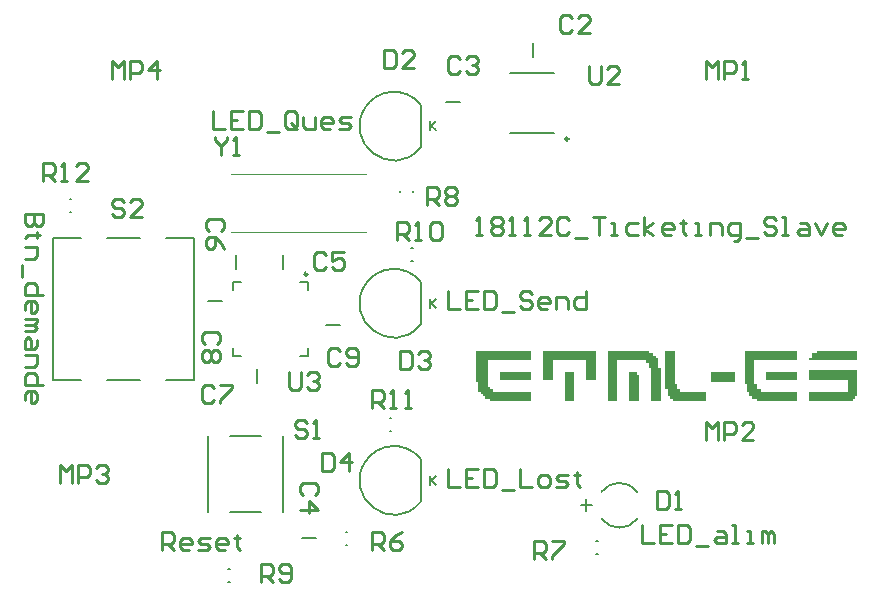
<source format=gbr>
%TF.GenerationSoftware,Altium Limited,Altium Designer,21.6.1 (37)*%
G04 Layer_Color=65535*
%FSLAX43Y43*%
%MOMM*%
%TF.SameCoordinates,1F06128E-DADF-4999-8CD8-60C71D9D28CE*%
%TF.FilePolarity,Positive*%
%TF.FileFunction,Legend,Top*%
%TF.Part,Single*%
G01*
G75*
%TA.AperFunction,NonConductor*%
%ADD42C,0.250*%
%ADD43C,0.200*%
%ADD44C,0.100*%
%ADD45C,0.254*%
%ADD46C,0.152*%
G36*
X53492Y21514D02*
Y21311D01*
Y21107D01*
Y20904D01*
Y20701D01*
Y20498D01*
Y20295D01*
Y20091D01*
Y19888D01*
Y19685D01*
Y19482D01*
Y19279D01*
X52680D01*
Y19482D01*
Y19685D01*
Y19888D01*
Y20091D01*
Y20295D01*
Y20498D01*
Y20701D01*
Y20904D01*
X49835D01*
Y20701D01*
Y20498D01*
Y20295D01*
Y20091D01*
Y19888D01*
Y19685D01*
Y19482D01*
Y19279D01*
X49022D01*
Y19482D01*
Y19685D01*
Y19888D01*
Y20091D01*
Y20295D01*
Y20498D01*
Y20701D01*
Y20904D01*
Y21107D01*
Y21311D01*
Y21514D01*
Y21717D01*
X53492D01*
Y21514D01*
D02*
G37*
G36*
X48006Y19685D02*
Y19482D01*
Y19279D01*
X45364D01*
Y19482D01*
Y19685D01*
Y19888D01*
X48006D01*
Y19685D01*
D02*
G37*
G36*
X57963Y21514D02*
X58369D01*
Y21311D01*
X58572D01*
Y21107D01*
X58776D01*
Y20904D01*
Y20701D01*
Y20498D01*
Y20295D01*
X58979D01*
Y20091D01*
Y19888D01*
Y19685D01*
Y19482D01*
Y19279D01*
Y19075D01*
Y18872D01*
Y18669D01*
Y18466D01*
Y18263D01*
Y18059D01*
Y17856D01*
Y17653D01*
Y17450D01*
X58166D01*
Y17653D01*
Y17856D01*
Y18059D01*
Y18263D01*
Y18466D01*
Y18669D01*
Y18872D01*
Y19075D01*
Y19279D01*
Y19482D01*
Y19685D01*
Y19888D01*
Y20091D01*
Y20295D01*
X57963D01*
Y20498D01*
Y20701D01*
X57760D01*
Y20904D01*
X55321D01*
Y20701D01*
Y20498D01*
Y20295D01*
Y20091D01*
Y19888D01*
Y19685D01*
Y19482D01*
Y19279D01*
Y19075D01*
Y18872D01*
Y18669D01*
Y18466D01*
Y18263D01*
Y18059D01*
Y17856D01*
Y17653D01*
Y17450D01*
X54508D01*
Y17653D01*
Y17856D01*
Y18059D01*
Y18263D01*
Y18466D01*
Y18669D01*
Y18872D01*
Y19075D01*
Y19279D01*
Y19482D01*
Y19685D01*
Y19888D01*
Y20091D01*
Y20295D01*
Y20498D01*
Y20701D01*
Y20904D01*
Y21107D01*
Y21311D01*
Y21514D01*
Y21717D01*
X57963D01*
Y21514D01*
D02*
G37*
G36*
X56947Y19685D02*
X57150D01*
Y19482D01*
Y19279D01*
Y19075D01*
Y18872D01*
Y18669D01*
Y18466D01*
Y18263D01*
Y18059D01*
Y17856D01*
Y17653D01*
Y17450D01*
X56337D01*
Y17653D01*
Y17856D01*
Y18059D01*
Y18263D01*
Y18466D01*
Y18669D01*
Y18872D01*
Y19075D01*
Y19279D01*
Y19482D01*
Y19685D01*
Y19888D01*
X56947D01*
Y19685D01*
D02*
G37*
G36*
X51664D02*
Y19482D01*
Y19279D01*
Y19075D01*
Y18872D01*
Y18669D01*
Y18466D01*
Y18263D01*
Y18059D01*
Y17856D01*
Y17653D01*
Y17450D01*
X50851D01*
Y17653D01*
Y17856D01*
Y18059D01*
Y18263D01*
Y18466D01*
Y18669D01*
Y18872D01*
Y19075D01*
Y19279D01*
Y19482D01*
Y19685D01*
Y19888D01*
X51664D01*
Y19685D01*
D02*
G37*
G36*
X48006Y21514D02*
Y21311D01*
Y21107D01*
Y20904D01*
X44348D01*
Y20701D01*
Y20498D01*
Y20295D01*
Y20091D01*
Y19888D01*
Y19685D01*
Y19482D01*
Y19279D01*
Y19075D01*
Y18872D01*
Y18669D01*
X44552D01*
Y18466D01*
X44755D01*
Y18263D01*
X48006D01*
Y18059D01*
Y17856D01*
Y17653D01*
Y17450D01*
X44552D01*
Y17653D01*
X44145D01*
Y17856D01*
X43942D01*
Y18059D01*
X43739D01*
Y18263D01*
X43536D01*
Y18466D01*
Y18669D01*
Y18872D01*
Y19075D01*
X43332D01*
Y19279D01*
Y19482D01*
Y19685D01*
Y19888D01*
Y20091D01*
Y20295D01*
Y20498D01*
Y20701D01*
Y20904D01*
Y21107D01*
Y21311D01*
Y21514D01*
Y21717D01*
X48006D01*
Y21514D01*
D02*
G37*
G36*
X75641D02*
Y21311D01*
Y21107D01*
Y20904D01*
X71577D01*
Y21107D01*
X71780D01*
Y21311D01*
Y21514D01*
X72187D01*
Y21717D01*
X75641D01*
Y21514D01*
D02*
G37*
G36*
X70561Y19685D02*
Y19482D01*
Y19279D01*
X67920D01*
Y19482D01*
Y19685D01*
Y19888D01*
X70561D01*
Y19685D01*
D02*
G37*
G36*
X65278D02*
Y19482D01*
Y19279D01*
Y19075D01*
X63246D01*
Y19279D01*
Y19482D01*
Y19685D01*
Y19888D01*
X65278D01*
Y19685D01*
D02*
G37*
G36*
X75641Y19888D02*
Y19685D01*
Y19482D01*
Y19279D01*
Y19075D01*
Y18872D01*
Y18669D01*
Y18466D01*
Y18263D01*
Y18059D01*
Y17856D01*
X75438D01*
Y17653D01*
X75235D01*
Y17450D01*
X71577D01*
Y17653D01*
Y17856D01*
Y18059D01*
Y18263D01*
X74828D01*
Y18466D01*
Y18669D01*
Y18872D01*
Y19075D01*
Y19279D01*
X71577D01*
Y19482D01*
Y19685D01*
Y19888D01*
Y20091D01*
X75641D01*
Y19888D01*
D02*
G37*
G36*
X70561Y21514D02*
Y21311D01*
Y21107D01*
Y20904D01*
X66904D01*
Y20701D01*
Y20498D01*
Y20295D01*
Y20091D01*
Y19888D01*
Y19685D01*
Y19482D01*
Y19279D01*
Y19075D01*
Y18872D01*
X67107D01*
Y18669D01*
Y18466D01*
X67513D01*
Y18263D01*
X70561D01*
Y18059D01*
Y17856D01*
Y17653D01*
Y17450D01*
X67107D01*
Y17653D01*
X66700D01*
Y17856D01*
X66497D01*
Y18059D01*
Y18263D01*
X66294D01*
Y18466D01*
Y18669D01*
Y18872D01*
X66091D01*
Y19075D01*
Y19279D01*
Y19482D01*
Y19685D01*
Y19888D01*
Y20091D01*
Y20295D01*
Y20498D01*
Y20701D01*
Y20904D01*
Y21107D01*
Y21311D01*
Y21514D01*
Y21717D01*
X70561D01*
Y21514D01*
D02*
G37*
G36*
X60198D02*
Y21311D01*
Y21107D01*
Y20904D01*
Y20701D01*
Y20498D01*
Y20295D01*
Y20091D01*
Y19888D01*
Y19685D01*
Y19482D01*
Y19279D01*
Y19075D01*
Y18872D01*
X60401D01*
Y18669D01*
Y18466D01*
X60604D01*
Y18263D01*
X62840D01*
Y18059D01*
Y17856D01*
Y17653D01*
Y17450D01*
X59995D01*
Y17653D01*
X59792D01*
Y17856D01*
X59588D01*
Y18059D01*
Y18263D01*
Y18466D01*
X59385D01*
Y18669D01*
Y18872D01*
Y19075D01*
Y19279D01*
Y19482D01*
Y19685D01*
Y19888D01*
Y20091D01*
Y20295D01*
Y20498D01*
Y20701D01*
Y20904D01*
Y21107D01*
Y21311D01*
Y21514D01*
Y21717D01*
X60198D01*
Y21514D01*
D02*
G37*
D42*
X51175Y39650D02*
G03*
X51175Y39650I-125J0D01*
G01*
X29077Y28202D02*
G03*
X29077Y28202I-125J0D01*
G01*
D43*
X53987Y7485D02*
G03*
X57019Y7496I1512J1151D01*
G01*
Y9776D02*
G03*
X53987Y9787I-1520J-1140D01*
G01*
X34041Y42419D02*
G03*
X38649Y38903I2369J-1672D01*
G01*
X38638Y42603D02*
G03*
X33940Y42266I-2228J-1857D01*
G01*
X34041Y27419D02*
G03*
X38649Y23903I2369J-1672D01*
G01*
X38638Y27603D02*
G03*
X33940Y27266I-2228J-1857D01*
G01*
X34041Y12419D02*
G03*
X38649Y8903I2369J-1672D01*
G01*
X38638Y12603D02*
G03*
X33940Y12266I-2228J-1857D01*
G01*
X46250Y45250D02*
X49950D01*
X46250Y40150D02*
X49950D01*
X30642Y23876D02*
X31842D01*
X20685Y25937D02*
X21885D01*
X24811Y18958D02*
Y20158D01*
X23052Y28610D02*
Y29810D01*
X27052Y28610D02*
Y29810D01*
X28610Y5842D02*
X29810D01*
X40802Y42802D02*
X42002D01*
X48200Y46600D02*
Y47800D01*
X22390Y3217D02*
X22490D01*
X22390Y2117D02*
X22490D01*
X27040Y8065D02*
Y14465D01*
X20640Y8065D02*
Y14465D01*
X22540D02*
X25140D01*
X22540Y8065D02*
X25140D01*
X22802Y26877D02*
Y27552D01*
X23477D01*
X22802Y21252D02*
Y21927D01*
Y21252D02*
X23477D01*
X28427D02*
X29102D01*
Y21927D01*
Y26877D02*
Y27552D01*
X28427D02*
X29102D01*
X32335Y5292D02*
X32435D01*
X32335Y6392D02*
X32435D01*
X53544Y4530D02*
X53644D01*
X53544Y5630D02*
X53644D01*
X36050Y14950D02*
X36150D01*
X36050Y16050D02*
X36150D01*
X38015Y35129D02*
Y35229D01*
X36915Y35129D02*
Y35229D01*
X57019Y7496D02*
X57023Y7551D01*
X57019Y9776D02*
X57023Y9721D01*
X52209Y8636D02*
X53209D01*
X52709Y8136D02*
Y9136D01*
X38696Y38968D02*
Y42524D01*
Y23968D02*
Y27524D01*
Y8968D02*
Y12524D01*
X37884Y30395D02*
X37984D01*
X37884Y29295D02*
X37984D01*
X8967Y34586D02*
X9067D01*
X8967Y33486D02*
X9067D01*
X7510Y31246D02*
X9950D01*
X12080D02*
X14940D01*
X17070D02*
X19510D01*
X17070Y19246D02*
X19510D01*
X12080D02*
X14940D01*
X7510D02*
X9950D01*
X19510D02*
Y31246D01*
X7510Y19246D02*
Y31246D01*
D44*
X22621Y36650D02*
X34021D01*
X22621Y31750D02*
X34021D01*
D45*
X40954Y11731D02*
Y10208D01*
X41970D01*
X43493Y11731D02*
X42478D01*
Y10208D01*
X43493D01*
X42478Y10970D02*
X42985D01*
X44001Y11731D02*
Y10208D01*
X44763D01*
X45017Y10462D01*
Y11478D01*
X44763Y11731D01*
X44001D01*
X45525Y9954D02*
X46540D01*
X47048Y11731D02*
Y10208D01*
X48064D01*
X48825D02*
X49333D01*
X49587Y10462D01*
Y10970D01*
X49333Y11224D01*
X48825D01*
X48572Y10970D01*
Y10462D01*
X48825Y10208D01*
X50095D02*
X50857D01*
X51111Y10462D01*
X50857Y10716D01*
X50349D01*
X50095Y10970D01*
X50349Y11224D01*
X51111D01*
X51872Y11478D02*
Y11224D01*
X51619D01*
X52126D01*
X51872D01*
Y10462D01*
X52126Y10208D01*
X57404Y6925D02*
Y5402D01*
X58420D01*
X59943Y6925D02*
X58928D01*
Y5402D01*
X59943D01*
X58928Y6164D02*
X59435D01*
X60451Y6925D02*
Y5402D01*
X61213D01*
X61467Y5656D01*
Y6672D01*
X61213Y6925D01*
X60451D01*
X61975Y5148D02*
X62990D01*
X63752Y6418D02*
X64260D01*
X64514Y6164D01*
Y5402D01*
X63752D01*
X63498Y5656D01*
X63752Y5910D01*
X64514D01*
X65022Y5402D02*
X65529D01*
X65275D01*
Y6925D01*
X65022D01*
X66291Y5402D02*
X66799D01*
X66545D01*
Y6418D01*
X66291D01*
X67561Y5402D02*
Y6418D01*
X67815D01*
X68069Y6164D01*
Y5402D01*
Y6164D01*
X68322Y6418D01*
X68576Y6164D01*
Y5402D01*
X41021Y26796D02*
Y25273D01*
X42037D01*
X43560Y26796D02*
X42545D01*
Y25273D01*
X43560D01*
X42545Y26035D02*
X43052D01*
X44068Y26796D02*
Y25273D01*
X44830D01*
X45084Y25527D01*
Y26543D01*
X44830Y26796D01*
X44068D01*
X45592Y25019D02*
X46607D01*
X48131Y26543D02*
X47877Y26796D01*
X47369D01*
X47115Y26543D01*
Y26289D01*
X47369Y26035D01*
X47877D01*
X48131Y25781D01*
Y25527D01*
X47877Y25273D01*
X47369D01*
X47115Y25527D01*
X49400Y25273D02*
X48892D01*
X48639Y25527D01*
Y26035D01*
X48892Y26289D01*
X49400D01*
X49654Y26035D01*
Y25781D01*
X48639D01*
X50162Y25273D02*
Y26289D01*
X50924D01*
X51178Y26035D01*
Y25273D01*
X52701Y26796D02*
Y25273D01*
X51939D01*
X51686Y25527D01*
Y26035D01*
X51939Y26289D01*
X52701D01*
X21082Y42036D02*
Y40513D01*
X22098D01*
X23621Y42036D02*
X22606D01*
Y40513D01*
X23621D01*
X22606Y41275D02*
X23113D01*
X24129Y42036D02*
Y40513D01*
X24891D01*
X25145Y40767D01*
Y41783D01*
X24891Y42036D01*
X24129D01*
X25653Y40259D02*
X26668D01*
X28192Y40767D02*
Y41783D01*
X27938Y42036D01*
X27430D01*
X27176Y41783D01*
Y40767D01*
X27430Y40513D01*
X27938D01*
X27684Y41021D02*
X28192Y40513D01*
X27938D02*
X28192Y40767D01*
X28700Y41529D02*
Y40767D01*
X28953Y40513D01*
X29715D01*
Y41529D01*
X30985Y40513D02*
X30477D01*
X30223Y40767D01*
Y41275D01*
X30477Y41529D01*
X30985D01*
X31239Y41275D01*
Y41021D01*
X30223D01*
X31747Y40513D02*
X32508D01*
X32762Y40767D01*
X32508Y41021D01*
X32000D01*
X31747Y41275D01*
X32000Y41529D01*
X32762D01*
X6730Y33274D02*
X5207D01*
Y32512D01*
X5461Y32258D01*
X5715D01*
X5969Y32512D01*
Y33274D01*
Y32512D01*
X6223Y32258D01*
X6477D01*
X6730Y32512D01*
Y33274D01*
X6477Y31497D02*
X6223D01*
Y31750D01*
Y31243D01*
Y31497D01*
X5461D01*
X5207Y31243D01*
Y30481D02*
X6223D01*
Y29719D01*
X5969Y29465D01*
X5207D01*
X4953Y28957D02*
Y27942D01*
X6730Y26418D02*
X5207D01*
Y27180D01*
X5461Y27434D01*
X5969D01*
X6223Y27180D01*
Y26418D01*
X5207Y25149D02*
Y25656D01*
X5461Y25910D01*
X5969D01*
X6223Y25656D01*
Y25149D01*
X5969Y24895D01*
X5715D01*
Y25910D01*
X5207Y24387D02*
X6223D01*
Y24133D01*
X5969Y23879D01*
X5207D01*
X5969D01*
X6223Y23625D01*
X5969Y23371D01*
X5207D01*
X6223Y22609D02*
Y22102D01*
X5969Y21848D01*
X5207D01*
Y22609D01*
X5461Y22863D01*
X5715Y22609D01*
Y21848D01*
X5207Y21340D02*
X6223D01*
Y20578D01*
X5969Y20324D01*
X5207D01*
X6730Y18801D02*
X5207D01*
Y19562D01*
X5461Y19816D01*
X5969D01*
X6223Y19562D01*
Y18801D01*
X5207Y17531D02*
Y18039D01*
X5461Y18293D01*
X5969D01*
X6223Y18039D01*
Y17531D01*
X5969Y17277D01*
X5715D01*
Y18293D01*
X16764Y4826D02*
Y6350D01*
X17526D01*
X17780Y6096D01*
Y5588D01*
X17526Y5334D01*
X16764D01*
X17272D02*
X17780Y4826D01*
X19049D02*
X18541D01*
X18288Y5080D01*
Y5588D01*
X18541Y5842D01*
X19049D01*
X19303Y5588D01*
Y5334D01*
X18288D01*
X19811Y4826D02*
X20573D01*
X20827Y5080D01*
X20573Y5334D01*
X20065D01*
X19811Y5588D01*
X20065Y5842D01*
X20827D01*
X22096Y4826D02*
X21588D01*
X21335Y5080D01*
Y5588D01*
X21588Y5842D01*
X22096D01*
X22350Y5588D01*
Y5334D01*
X21335D01*
X23112Y6096D02*
Y5842D01*
X22858D01*
X23366D01*
X23112D01*
Y5080D01*
X23366Y4826D01*
X43332Y31536D02*
X43840D01*
X43586D01*
Y33060D01*
X43332Y32806D01*
X44601D02*
X44855Y33060D01*
X45363D01*
X45617Y32806D01*
Y32552D01*
X45363Y32298D01*
X45617Y32044D01*
Y31790D01*
X45363Y31536D01*
X44855D01*
X44601Y31790D01*
Y32044D01*
X44855Y32298D01*
X44601Y32552D01*
Y32806D01*
X44855Y32298D02*
X45363D01*
X46125Y31536D02*
X46633D01*
X46379D01*
Y33060D01*
X46125Y32806D01*
X47395Y31536D02*
X47902D01*
X47648D01*
Y33060D01*
X47395Y32806D01*
X49680Y31536D02*
X48664D01*
X49680Y32552D01*
Y32806D01*
X49426Y33060D01*
X48918D01*
X48664Y32806D01*
X51203D02*
X50949Y33060D01*
X50442D01*
X50188Y32806D01*
Y31790D01*
X50442Y31536D01*
X50949D01*
X51203Y31790D01*
X51711Y31282D02*
X52727D01*
X53235Y33060D02*
X54250D01*
X53743D01*
Y31536D01*
X54758D02*
X55266D01*
X55012D01*
Y32552D01*
X54758D01*
X57043D02*
X56282D01*
X56028Y32298D01*
Y31790D01*
X56282Y31536D01*
X57043D01*
X57551D02*
Y33060D01*
Y32044D02*
X58313Y32552D01*
X57551Y32044D02*
X58313Y31536D01*
X59837D02*
X59329D01*
X59075Y31790D01*
Y32298D01*
X59329Y32552D01*
X59837D01*
X60090Y32298D01*
Y32044D01*
X59075D01*
X60852Y32806D02*
Y32552D01*
X60598D01*
X61106D01*
X60852D01*
Y31790D01*
X61106Y31536D01*
X61868D02*
X62376D01*
X62122D01*
Y32552D01*
X61868D01*
X63137Y31536D02*
Y32552D01*
X63899D01*
X64153Y32298D01*
Y31536D01*
X65169Y31028D02*
X65423D01*
X65677Y31282D01*
Y32552D01*
X64915D01*
X64661Y32298D01*
Y31790D01*
X64915Y31536D01*
X65677D01*
X66184Y31282D02*
X67200D01*
X68724Y32806D02*
X68470Y33060D01*
X67962D01*
X67708Y32806D01*
Y32552D01*
X67962Y32298D01*
X68470D01*
X68724Y32044D01*
Y31790D01*
X68470Y31536D01*
X67962D01*
X67708Y31790D01*
X69231Y31536D02*
X69739D01*
X69485D01*
Y33060D01*
X69231D01*
X70755Y32552D02*
X71263D01*
X71517Y32298D01*
Y31536D01*
X70755D01*
X70501Y31790D01*
X70755Y32044D01*
X71517D01*
X72025Y32552D02*
X72532Y31536D01*
X73040Y32552D01*
X74310Y31536D02*
X73802D01*
X73548Y31790D01*
Y32298D01*
X73802Y32552D01*
X74310D01*
X74564Y32298D01*
Y32044D01*
X73548D01*
X12522Y44704D02*
Y46228D01*
X13030Y45720D01*
X13538Y46228D01*
Y44704D01*
X14046D02*
Y46228D01*
X14807D01*
X15061Y45974D01*
Y45466D01*
X14807Y45212D01*
X14046D01*
X16331Y44704D02*
Y46228D01*
X15569Y45466D01*
X16585D01*
X8165Y10500D02*
Y12024D01*
X8673Y11516D01*
X9181Y12024D01*
Y10500D01*
X9689D02*
Y12024D01*
X10450D01*
X10704Y11770D01*
Y11262D01*
X10450Y11008D01*
X9689D01*
X11212Y11770D02*
X11466Y12024D01*
X11974D01*
X12228Y11770D01*
Y11516D01*
X11974Y11262D01*
X11720D01*
X11974D01*
X12228Y11008D01*
Y10754D01*
X11974Y10500D01*
X11466D01*
X11212Y10754D01*
X62789Y14199D02*
Y15722D01*
X63297Y15214D01*
X63804Y15722D01*
Y14199D01*
X64312D02*
Y15722D01*
X65074D01*
X65328Y15468D01*
Y14960D01*
X65074Y14706D01*
X64312D01*
X66851Y14199D02*
X65836D01*
X66851Y15214D01*
Y15468D01*
X66598Y15722D01*
X66090D01*
X65836Y15468D01*
X62789Y44704D02*
Y46228D01*
X63297Y45720D01*
X63804Y46228D01*
Y44704D01*
X64312D02*
Y46228D01*
X65074D01*
X65328Y45974D01*
Y45466D01*
X65074Y45212D01*
X64312D01*
X65836Y44704D02*
X66344D01*
X66090D01*
Y46228D01*
X65836Y45974D01*
X51516Y49870D02*
X51262Y50124D01*
X50754D01*
X50500Y49870D01*
Y48854D01*
X50754Y48600D01*
X51262D01*
X51516Y48854D01*
X53039Y48600D02*
X52024D01*
X53039Y49616D01*
Y49870D01*
X52785Y50124D01*
X52277D01*
X52024Y49870D01*
X42010Y46391D02*
X41756Y46645D01*
X41248D01*
X40994Y46391D01*
Y45375D01*
X41248Y45121D01*
X41756D01*
X42010Y45375D01*
X42518Y46391D02*
X42772Y46645D01*
X43279D01*
X43533Y46391D01*
Y46137D01*
X43279Y45883D01*
X43026D01*
X43279D01*
X43533Y45629D01*
Y45375D01*
X43279Y45121D01*
X42772D01*
X42518Y45375D01*
X29697Y9484D02*
X29951Y9738D01*
Y10246D01*
X29697Y10500D01*
X28681D01*
X28427Y10246D01*
Y9738D01*
X28681Y9484D01*
X28427Y8215D02*
X29951D01*
X29189Y8976D01*
Y7961D01*
X21438Y22287D02*
X21692Y22540D01*
Y23048D01*
X21438Y23302D01*
X20422D01*
X20168Y23048D01*
Y22540D01*
X20422Y22287D01*
X21438Y21779D02*
X21692Y21525D01*
Y21017D01*
X21438Y20763D01*
X21184D01*
X20930Y21017D01*
X20676Y20763D01*
X20422D01*
X20168Y21017D01*
Y21525D01*
X20422Y21779D01*
X20676D01*
X20930Y21525D01*
X21184Y21779D01*
X21438D01*
X20930Y21525D02*
Y21017D01*
X31804Y21728D02*
X31550Y21982D01*
X31042D01*
X30788Y21728D01*
Y20712D01*
X31042Y20458D01*
X31550D01*
X31804Y20712D01*
X32312D02*
X32566Y20458D01*
X33074D01*
X33327Y20712D01*
Y21728D01*
X33074Y21982D01*
X32566D01*
X32312Y21728D01*
Y21474D01*
X32566Y21220D01*
X33327D01*
X21184Y18542D02*
X20930Y18796D01*
X20422D01*
X20168Y18542D01*
Y17526D01*
X20422Y17272D01*
X20930D01*
X21184Y17526D01*
X21692Y18796D02*
X22707D01*
Y18542D01*
X21692Y17526D01*
Y17272D01*
X58678Y9826D02*
Y8302D01*
X59440D01*
X59694Y8556D01*
Y9572D01*
X59440Y9826D01*
X58678D01*
X60201Y8302D02*
X60709D01*
X60455D01*
Y9826D01*
X60201Y9572D01*
X35582Y47149D02*
Y45625D01*
X36344D01*
X36598Y45879D01*
Y46895D01*
X36344Y47149D01*
X35582D01*
X38121Y45625D02*
X37106D01*
X38121Y46641D01*
Y46895D01*
X37868Y47149D01*
X37360D01*
X37106Y46895D01*
X36915Y21682D02*
Y20158D01*
X37677D01*
X37931Y20412D01*
Y21428D01*
X37677Y21682D01*
X36915D01*
X38439Y21428D02*
X38692Y21682D01*
X39200D01*
X39454Y21428D01*
Y21174D01*
X39200Y20920D01*
X38946D01*
X39200D01*
X39454Y20666D01*
Y20412D01*
X39200Y20158D01*
X38692D01*
X38439Y20412D01*
X30353Y13081D02*
Y11557D01*
X31115D01*
X31369Y11811D01*
Y12827D01*
X31115Y13081D01*
X30353D01*
X32638Y11557D02*
Y13081D01*
X31877Y12319D01*
X32892D01*
X48278Y4064D02*
Y5588D01*
X49040D01*
X49294Y5334D01*
Y4826D01*
X49040Y4572D01*
X48278D01*
X48786D02*
X49294Y4064D01*
X49802Y5588D02*
X50817D01*
Y5334D01*
X49802Y4318D01*
Y4064D01*
X39232Y34036D02*
Y35560D01*
X39994D01*
X40248Y35306D01*
Y34798D01*
X39994Y34544D01*
X39232D01*
X39740D02*
X40248Y34036D01*
X40756Y35306D02*
X41010Y35560D01*
X41517D01*
X41771Y35306D01*
Y35052D01*
X41517Y34798D01*
X41771Y34544D01*
Y34290D01*
X41517Y34036D01*
X41010D01*
X40756Y34290D01*
Y34544D01*
X41010Y34798D01*
X40756Y35052D01*
Y35306D01*
X41010Y34798D02*
X41517D01*
X36703Y31091D02*
Y32614D01*
X37465D01*
X37719Y32361D01*
Y31853D01*
X37465Y31599D01*
X36703D01*
X37211D02*
X37719Y31091D01*
X38227D02*
X38734D01*
X38480D01*
Y32614D01*
X38227Y32361D01*
X39496D02*
X39750Y32614D01*
X40258D01*
X40512Y32361D01*
Y31345D01*
X40258Y31091D01*
X39750D01*
X39496Y31345D01*
Y32361D01*
X34575Y16835D02*
Y18359D01*
X35337D01*
X35591Y18105D01*
Y17597D01*
X35337Y17343D01*
X34575D01*
X35083D02*
X35591Y16835D01*
X36099D02*
X36606D01*
X36352D01*
Y18359D01*
X36099Y18105D01*
X37368Y16835D02*
X37876D01*
X37622D01*
Y18359D01*
X37368Y18105D01*
X6731Y36068D02*
Y37592D01*
X7493D01*
X7747Y37338D01*
Y36830D01*
X7493Y36576D01*
X6731D01*
X7239D02*
X7747Y36068D01*
X8255D02*
X8762D01*
X8508D01*
Y37592D01*
X8255Y37338D01*
X10540Y36068D02*
X9524D01*
X10540Y37084D01*
Y37338D01*
X10286Y37592D01*
X9778D01*
X9524Y37338D01*
X29083Y15621D02*
X28829Y15875D01*
X28321D01*
X28067Y15621D01*
Y15367D01*
X28321Y15113D01*
X28829D01*
X29083Y14859D01*
Y14605D01*
X28829Y14351D01*
X28321D01*
X28067Y14605D01*
X29591Y14351D02*
X30098D01*
X29844D01*
Y15875D01*
X29591Y15621D01*
X13516Y34290D02*
X13262Y34544D01*
X12754D01*
X12500Y34290D01*
Y34036D01*
X12754Y33782D01*
X13262D01*
X13516Y33528D01*
Y33274D01*
X13262Y33020D01*
X12754D01*
X12500Y33274D01*
X15039Y33020D02*
X14024D01*
X15039Y34036D01*
Y34290D01*
X14785Y34544D01*
X14277D01*
X14024Y34290D01*
X27512Y19939D02*
Y18669D01*
X27765Y18415D01*
X28273D01*
X28527Y18669D01*
Y19939D01*
X29035Y19685D02*
X29289Y19939D01*
X29797D01*
X30051Y19685D01*
Y19431D01*
X29797Y19177D01*
X29543D01*
X29797D01*
X30051Y18923D01*
Y18669D01*
X29797Y18415D01*
X29289D01*
X29035Y18669D01*
X25140Y2117D02*
Y3641D01*
X25902D01*
X26156Y3387D01*
Y2879D01*
X25902Y2625D01*
X25140D01*
X25648D02*
X26156Y2117D01*
X26664Y2371D02*
X26917Y2117D01*
X27425D01*
X27679Y2371D01*
Y3387D01*
X27425Y3641D01*
X26917D01*
X26664Y3387D01*
Y3133D01*
X26917Y2879D01*
X27679D01*
X34544Y4826D02*
Y6350D01*
X35306D01*
X35560Y6096D01*
Y5588D01*
X35306Y5334D01*
X34544D01*
X35052D02*
X35560Y4826D01*
X37084Y6350D02*
X36576Y6096D01*
X36068Y5588D01*
Y5080D01*
X36322Y4826D01*
X36830D01*
X37084Y5080D01*
Y5334D01*
X36830Y5588D01*
X36068D01*
X52930Y45862D02*
Y44592D01*
X53184Y44338D01*
X53692D01*
X53946Y44592D01*
Y45862D01*
X55470Y44338D02*
X54454D01*
X55470Y45354D01*
Y45608D01*
X55216Y45862D01*
X54708D01*
X54454Y45608D01*
X30614Y29838D02*
X30360Y30092D01*
X29853D01*
X29599Y29838D01*
Y28822D01*
X29853Y28568D01*
X30360D01*
X30614Y28822D01*
X32138Y30092D02*
X31122D01*
Y29330D01*
X31630Y29584D01*
X31884D01*
X32138Y29330D01*
Y28822D01*
X31884Y28568D01*
X31376D01*
X31122Y28822D01*
X21800Y31854D02*
X22054Y32108D01*
Y32616D01*
X21800Y32870D01*
X20785D01*
X20531Y32616D01*
Y32108D01*
X20785Y31854D01*
X22054Y30330D02*
X21800Y30838D01*
X21293Y31346D01*
X20785D01*
X20531Y31092D01*
Y30584D01*
X20785Y30330D01*
X21039D01*
X21293Y30584D01*
Y31346D01*
X21273Y39796D02*
Y39542D01*
X21781Y39034D01*
X22289Y39542D01*
Y39796D01*
X21781Y39034D02*
Y38272D01*
X22797D02*
X23305D01*
X23051D01*
Y39796D01*
X22797Y39542D01*
D46*
X39458Y41127D02*
Y40365D01*
Y40619D01*
X39966Y41127D01*
X39585Y40746D01*
X39966Y40365D01*
X39458Y26127D02*
Y25365D01*
Y25619D01*
X39966Y26127D01*
X39585Y25746D01*
X39966Y25365D01*
X39458Y11127D02*
Y10365D01*
Y10619D01*
X39966Y11127D01*
X39585Y10746D01*
X39966Y10365D01*
%TF.MD5,b9acdab0aebae4e995580ef67e77234b*%
M02*

</source>
